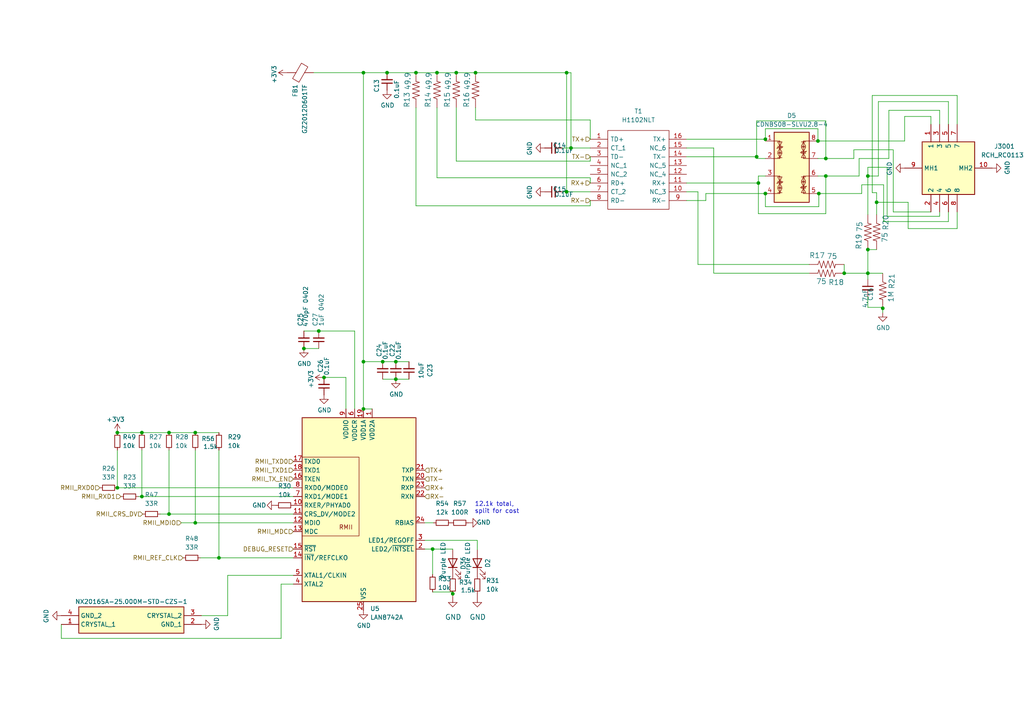
<source format=kicad_sch>
(kicad_sch (version 20231120) (generator "eeschema") (generator_version "8.0")
  (paper "A4")
  (lib_symbols
    (symbol "Device:C_Small" (pin_numbers hide) (pin_names (offset 0.254) hide)
      (property "Reference" "C" (at 0.254 1.778 0))
      (property "Value" "C_Small" (at 0.254 -2.032 0))
      (symbol "C_Small_0_1"
        (polyline (pts (xy -1.524 -0.508) (xy 1.524 -0.508)) (stroke (width 0.3302)))
        (polyline (pts (xy -1.524 0.508) (xy 1.524 0.508)) (stroke (width 0.3048)))
      )
      (symbol "C_Small_1_1"
        (pin passive line (at 0 2.54 270) (length 2.032) (name "~") (number "1"))
        (pin passive line (at 0 -2.54 90) (length 2.032) (name "~") (number "2"))
      )
    )
    (symbol "Device:FerriteBead" (pin_numbers hide) (pin_names (offset 0))
      (property "Reference" "FB" (at -3.81 0.635 90))
      (property "Value" "FerriteBead" (at 3.81 0 90))
      (symbol "FerriteBead_0_1"
        (polyline (pts (xy 0 -1.27) (xy 0 -1.2192)))
        (polyline (pts (xy 0 1.27) (xy 0 1.2954)))
        (polyline (pts (xy -2.7686 0.4064) (xy -1.7018 2.2606) (xy 2.7686 -0.3048) (xy 1.6764 -2.159) (xy -2.7686 0.4064)))
      )
      (symbol "FerriteBead_1_1"
        (pin passive line (at 0 3.81 270) (length 2.54) (name "~") (number "1"))
        (pin passive line (at 0 -3.81 90) (length 2.54) (name "~") (number "2"))
      )
    )
    (symbol "Device:LED" (pin_numbers hide) (pin_names (offset 1.016) hide)
      (property "Reference" "D" (at 0 2.54 0))
      (property "Value" "LED" (at 0 -2.54 0))
      (symbol "LED_0_1"
        (polyline (pts (xy -1.27 -1.27) (xy -1.27 1.27)) (stroke (width 0.254)))
        (polyline (pts (xy -1.27 0) (xy 1.27 0)))
        (polyline (pts (xy 1.27 -1.27) (xy 1.27 1.27) (xy -1.27 0) (xy 1.27 -1.27)) (stroke (width 0.254)))
        (polyline (pts (xy -3.048 -0.762) (xy -4.572 -2.286) (xy -3.81 -2.286) (xy -4.572 -2.286) (xy -4.572 -1.524)))
        (polyline (pts (xy -1.778 -0.762) (xy -3.302 -2.286) (xy -2.54 -2.286) (xy -3.302 -2.286) (xy -3.302 -1.524)))
      )
      (symbol "LED_1_1"
        (pin passive line (at -3.81 0 0) (length 2.54) (name "K") (number "1"))
        (pin passive line (at 3.81 0 180) (length 2.54) (name "A") (number "2"))
      )
    )
    (symbol "Device:R_Small" (pin_numbers hide) (pin_names (offset 0.254) hide)
      (property "Reference" "R" (at 0.762 0.508 0))
      (property "Value" "R_Small" (at 0.762 -1.016 0))
      (symbol "R_Small_0_1"
        (rectangle (start -0.762 1.778) (end 0.762 -1.778) (stroke (width 0.2032)))
      )
      (symbol "R_Small_1_1"
        (pin passive line (at 0 2.54 270) (length 0.762) (name "~") (number "1"))
        (pin passive line (at 0 -2.54 90) (length 0.762) (name "~") (number "2"))
      )
    )
    (symbol "EK-TM4C1294XL_REV_D-eagle-import:GND" (power) (pin_names (offset 1.016))
      (property "Value" "GND" (at -1.905 -3.175 0))
      (symbol "GND_1_0"
        (polyline (pts (xy -1.27 0) (xy 1.27 0)))
        (polyline (pts (xy 0 -1.27) (xy -1.27 0)))
        (polyline (pts (xy 1.27 0) (xy 0 -1.27)))
        (pin power_in line (at 0 2.54 270) (length 2.54) (name "GND") (number "1"))
      )
    )
    (symbol "EK-TM4C1294XL_REV_D-eagle-import:R-US_R0402" (pin_names (offset 1.016))
      (property "Reference" "R" (at -3.81 1.4986 0))
      (property "Value" "R-US_R0402" (at -3.81 -3.302 0))
      (symbol "R-US_R0402_1_0"
        (polyline (pts (xy -2.54 0) (xy -2.159 1.016)))
        (polyline (pts (xy -2.159 1.016) (xy -1.524 -1.016)))
        (polyline (pts (xy -1.524 -1.016) (xy -0.889 1.016)))
        (polyline (pts (xy -0.889 1.016) (xy -0.254 -1.016)))
        (polyline (pts (xy -0.254 -1.016) (xy 0.381 1.016)))
        (polyline (pts (xy 0.381 1.016) (xy 1.016 -1.016)))
        (polyline (pts (xy 1.016 -1.016) (xy 1.651 1.016)))
        (polyline (pts (xy 1.651 1.016) (xy 2.286 -1.016)))
        (polyline (pts (xy 2.286 -1.016) (xy 2.54 0)))
        (pin passive line (at -5.08 0 0) (length 2.54) (name "1") (number "1"))
        (pin passive line (at 5.08 0 180) (length 2.54) (name "2") (number "2"))
      )
    )
    (symbol "Interface_Ethernet:LAN8742A"
      (property "Reference" "U" (at -13.97 29.21 0))
      (property "Value" "LAN8742A" (at 15.24 29.21 0))
      (symbol "LAN8742A_0_0"
        (text "RMII" (at -5.08 -3.81 0) (effects (font (size 1.27 1.27))))
      )
      (symbol "LAN8742A_0_1"
        (rectangle (start -17.78 27.94) (end 15.24 -25.4) (stroke (width 0.254)) (fill (type background)))
        (polyline (pts (xy -17.78 -6.35) (xy -1.27 -6.35) (xy -1.27 16.51) (xy -17.78 16.51)))
      )
      (symbol "LAN8742A_1_1"
        (pin power_in line (at 2.54 30.48 270) (length 2.54) (name "VDD2A") (number "1"))
        (pin output line (at -20.32 2.54 0) (length 2.54) (name "RXER/PHYAD0") (number "10"))
        (pin bidirectional line (at -20.32 0 0) (length 2.54) (name "CRS_DV/MODE2") (number "11"))
        (pin bidirectional line (at -20.32 -2.54 0) (length 2.54) (name "MDIO") (number "12"))
        (pin input line (at -20.32 -5.08 0) (length 2.54) (name "MDC") (number "13"))
        (pin output line (at -20.32 -12.7 0) (length 2.54) (name "~{INT}/REFCLKO") (number "14"))
        (pin input line (at -20.32 -10.16 0) (length 2.54) (name "~{RST}") (number "15"))
        (pin input line (at -20.32 10.16 0) (length 2.54) (name "TXEN") (number "16"))
        (pin input line (at -20.32 15.24 0) (length 2.54) (name "TXD0") (number "17"))
        (pin input line (at -20.32 12.7 0) (length 2.54) (name "TXD1") (number "18"))
        (pin power_in line (at 0 30.48 270) (length 2.54) (name "VDD1A") (number "19"))
        (pin bidirectional line (at 17.78 -10.16 180) (length 2.54) (name "LED2/~{INTSEL}") (number "2"))
        (pin passive line (at 17.78 10.16 180) (length 2.54) (name "TXN") (number "20"))
        (pin passive line (at 17.78 12.7 180) (length 2.54) (name "TXP") (number "21"))
        (pin passive line (at 17.78 5.08 180) (length 2.54) (name "RXN") (number "22"))
        (pin passive line (at 17.78 7.62 180) (length 2.54) (name "RXP") (number "23"))
        (pin passive line (at 17.78 -2.54 180) (length 2.54) (name "RBIAS") (number "24"))
        (pin power_in line (at 0 -27.94 90) (length 2.54) (name "VSS") (number "25"))
        (pin bidirectional line (at 17.78 -7.62 180) (length 2.54) (name "LED1/REGOFF") (number "3"))
        (pin output line (at -20.32 -20.32 0) (length 2.54) (name "XTAL2") (number "4"))
        (pin input line (at -20.32 -17.78 0) (length 2.54) (name "XTAL1/CLKIN") (number "5"))
        (pin power_in line (at -2.54 30.48 270) (length 2.54) (name "VDDCR") (number "6"))
        (pin bidirectional line (at -20.32 5.08 0) (length 2.54) (name "RXD1/MODE1") (number "7"))
        (pin bidirectional line (at -20.32 7.62 0) (length 2.54) (name "RXD0/MODE0") (number "8"))
        (pin power_in line (at -5.08 30.48 270) (length 2.54) (name "VDDIO") (number "9"))
      )
    )
    (symbol "Power_Protection:CDNBS08-SLVU2.8-4" (pin_names hide)
      (property "Reference" "D" (at 1.27 11.43 0))
      (property "Value" "CDNBS08-SLVU2.8-4" (at -8.89 -11.43 0))
      (symbol "CDNBS08-SLVU2.8-4_0_1"
        (rectangle (start -5.08 10.16) (end 5.08 -10.16) (stroke (width 0.254)) (fill (type background)))
        (polyline (pts (xy -5.08 -7.62) (xy -3.429 -7.62)))
        (polyline (pts (xy -5.08 -2.54) (xy -3.429 -2.54)))
        (polyline (pts (xy -5.08 2.54) (xy -3.429 2.54)))
        (polyline (pts (xy -5.08 7.62) (xy -3.429 7.62)))
        (polyline (pts (xy -4.318 -4.699) (xy -4.191 -4.572)))
        (polyline (pts (xy -4.318 5.461) (xy -4.191 5.588)))
        (polyline (pts (xy -4.064 -7.366) (xy -2.794 -7.366)))
        (polyline (pts (xy -4.064 -4.064) (xy -2.794 -4.064)))
        (polyline (pts (xy -4.064 2.794) (xy -2.794 2.794)))
        (polyline (pts (xy -4.064 6.096) (xy -2.794 6.096)))
        (polyline (pts (xy -3.429 -7.62) (xy -3.429 -2.54)))
        (polyline (pts (xy -3.429 2.54) (xy -3.429 7.62)))
        (polyline (pts (xy 3.429 -2.54) (xy 3.429 -7.62)))
        (polyline (pts (xy 3.429 7.62) (xy 3.429 2.54)))
        (polyline (pts (xy 4.064 -6.096) (xy 2.794 -6.096)))
        (polyline (pts (xy 4.064 -2.794) (xy 2.794 -2.794)))
        (polyline (pts (xy 4.064 4.064) (xy 2.794 4.064)))
        (polyline (pts (xy 4.064 7.366) (xy 2.794 7.366)))
        (polyline (pts (xy 4.318 -5.461) (xy 4.191 -5.588)))
        (polyline (pts (xy 4.318 4.699) (xy 4.191 4.572)))
        (polyline (pts (xy 5.08 -7.62) (xy 3.429 -7.62)))
        (polyline (pts (xy 5.08 -2.54) (xy 3.429 -2.54)))
        (polyline (pts (xy 5.08 2.54) (xy 3.429 2.54)))
        (polyline (pts (xy 5.08 7.62) (xy 3.429 7.62)))
        (polyline (pts (xy -4.191 -4.572) (xy -3.937 -4.318) (xy -2.667 -4.318)))
        (polyline (pts (xy -4.191 -4.572) (xy -2.921 -4.572) (xy -2.54 -4.191)))
        (polyline (pts (xy -4.191 5.588) (xy -3.937 5.842) (xy -2.667 5.842)))
        (polyline (pts (xy -4.191 5.588) (xy -2.921 5.588) (xy -2.54 5.969)))
        (polyline (pts (xy 4.191 -5.588) (xy 2.921 -5.588) (xy 2.54 -5.969)))
        (polyline (pts (xy 4.191 -5.588) (xy 3.937 -5.842) (xy 2.667 -5.842)))
        (polyline (pts (xy 4.191 4.572) (xy 2.921 4.572) (xy 2.54 4.191)))
        (polyline (pts (xy 4.191 4.572) (xy 3.937 4.318) (xy 2.667 4.318)))
        (polyline (pts (xy -3.429 -7.366) (xy -4.064 -6.096) (xy -2.794 -6.096) (xy -3.429 -7.366)))
        (polyline (pts (xy -3.429 -4.572) (xy -2.794 -5.842) (xy -4.064 -5.842) (xy -3.429 -4.572)))
        (polyline (pts (xy -3.429 -4.064) (xy -4.064 -2.794) (xy -2.794 -2.794) (xy -3.429 -4.064)))
        (polyline (pts (xy -3.429 2.794) (xy -4.064 4.064) (xy -2.794 4.064) (xy -3.429 2.794)))
        (polyline (pts (xy -3.429 5.588) (xy -2.794 4.318) (xy -4.064 4.318) (xy -3.429 5.588)))
        (polyline (pts (xy -3.429 6.096) (xy -4.064 7.366) (xy -2.794 7.366) (xy -3.429 6.096)))
        (polyline (pts (xy 3.429 -6.096) (xy 4.064 -7.366) (xy 2.794 -7.366) (xy 3.429 -6.096)))
        (polyline (pts (xy 3.429 -5.588) (xy 2.794 -4.318) (xy 4.064 -4.318) (xy 3.429 -5.588)))
        (polyline (pts (xy 3.429 -2.794) (xy 4.064 -4.064) (xy 2.794 -4.064) (xy 3.429 -2.794)))
        (polyline (pts (xy 3.429 4.064) (xy 4.064 2.794) (xy 2.794 2.794) (xy 3.429 4.064)))
        (polyline (pts (xy 3.429 4.572) (xy 2.794 5.842) (xy 4.064 5.842) (xy 3.429 4.572)))
        (polyline (pts (xy 3.429 7.366) (xy 4.064 6.096) (xy 2.794 6.096) (xy 3.429 7.366)))
      )
      (symbol "CDNBS08-SLVU2.8-4_1_1"
        (pin passive line (at 7.62 -7.62 180) (length 2.54) (name "TVS1") (number "1"))
        (pin passive line (at 7.62 -2.54 180) (length 2.54) (name "TVS2") (number "2"))
        (pin passive line (at 7.62 2.54 180) (length 2.54) (name "TVS1") (number "3"))
        (pin passive line (at 7.62 7.62 180) (length 2.54) (name "TVS2") (number "4"))
        (pin passive line (at -7.62 7.62 0) (length 2.54) (name "TVS1") (number "5"))
        (pin passive line (at -7.62 2.54 0) (length 2.54) (name "TVS2") (number "6"))
        (pin passive line (at -7.62 -2.54 0) (length 2.54) (name "TVS1") (number "7"))
        (pin passive line (at -7.62 -7.62 0) (length 2.54) (name "TVS2") (number "8"))
      )
    )
    (symbol "aaa:H1102NLT" (pin_names (offset 0.762))
      (property "Reference" "T" (at 24.13 7.62 0))
      (property "Value" "H1102NLT" (at 24.13 5.08 0))
      (symbol "H1102NLT_0_0"
        (pin passive line (at 0 0 0) (length 5.08) (name "TD+") (number "1"))
        (pin passive line (at 27.94 -15.24 180) (length 5.08) (name "NC_3") (number "10"))
        (pin passive line (at 27.94 -12.7 180) (length 5.08) (name "RX+") (number "11"))
        (pin passive line (at 27.94 -10.16 180) (length 5.08) (name "NC_4") (number "12"))
        (pin passive line (at 27.94 -7.62 180) (length 5.08) (name "NC_5") (number "13"))
        (pin passive line (at 27.94 -5.08 180) (length 5.08) (name "TX-") (number "14"))
        (pin passive line (at 27.94 -2.54 180) (length 5.08) (name "NC_6") (number "15"))
        (pin passive line (at 27.94 0 180) (length 5.08) (name "TX+") (number "16"))
        (pin passive line (at 0 -2.54 0) (length 5.08) (name "CT_1") (number "2"))
        (pin passive line (at 0 -5.08 0) (length 5.08) (name "TD-") (number "3"))
        (pin passive line (at 0 -7.62 0) (length 5.08) (name "NC_1") (number "4"))
        (pin passive line (at 0 -10.16 0) (length 5.08) (name "NC_2") (number "5"))
        (pin passive line (at 0 -12.7 0) (length 5.08) (name "RD+") (number "6"))
        (pin passive line (at 0 -15.24 0) (length 5.08) (name "CT_2") (number "7"))
        (pin passive line (at 0 -17.78 0) (length 5.08) (name "RD-") (number "8"))
        (pin passive line (at 27.94 -17.78 180) (length 5.08) (name "RX-") (number "9"))
      )
      (symbol "H1102NLT_0_1"
        (polyline (pts (xy 5.08 2.54) (xy 22.86 2.54) (xy 22.86 -20.32) (xy 5.08 -20.32) (xy 5.08 2.54)) (stroke (width 0.1524)))
      )
    )
    (symbol "aaa:NX2016SA-25.000M-STD-CZS-1"
      (property "Reference" "Y" (at 36.83 7.62 0))
      (property "Value" "NX2016SA-25.000M-STD-CZS-1" (at 36.83 5.08 0))
      (symbol "NX2016SA-25.000M-STD-CZS-1_1_1"
        (rectangle (start 5.08 2.54) (end 35.56 -5.08) (stroke (width 0.254)) (fill (type background)))
        (pin passive line (at 0 -2.54 0) (length 5.08) (name "CRYSTAL_1") (number "1"))
        (pin passive line (at 40.64 -2.54 180) (length 5.08) (name "GND_1") (number "2"))
        (pin passive line (at 40.64 0 180) (length 5.08) (name "CRYSTAL_2") (number "3"))
        (pin passive line (at 0 0 0) (length 5.08) (name "GND_2") (number "4"))
      )
    )
    (symbol "aaa:RCH_RC01133"
      (property "Reference" "J" (at 21.59 12.7 0))
      (property "Value" "RCH_RC01133" (at 21.59 10.16 0))
      (symbol "RCH_RC01133_1_1"
        (rectangle (start 5.08 7.62) (end 20.32 -7.62) (stroke (width 0.254)) (fill (type background)))
        (pin passive line (at 7.62 12.7 270) (length 5.08) (name "1") (number "1"))
        (pin passive line (at 25.4 0 180) (length 5.08) (name "MH2") (number "10"))
        (pin passive line (at 7.62 -12.7 90) (length 5.08) (name "2") (number "2"))
        (pin passive line (at 10.16 12.7 270) (length 5.08) (name "3") (number "3"))
        (pin passive line (at 10.16 -12.7 90) (length 5.08) (name "4") (number "4"))
        (pin passive line (at 12.7 12.7 270) (length 5.08) (name "5") (number "5"))
        (pin passive line (at 12.7 -12.7 90) (length 5.08) (name "6") (number "6"))
        (pin passive line (at 15.24 12.7 270) (length 5.08) (name "7") (number "7"))
        (pin passive line (at 15.24 -12.7 90) (length 5.08) (name "8") (number "8"))
        (pin passive line (at 0 0 0) (length 5.08) (name "MH1") (number "9"))
      )
    )
    (symbol "power:+3V3" (power) (pin_names (offset 0))
      (property "Value" "+3V3" (at 0 3.556 0))
      (symbol "+3V3_0_1"
        (polyline (pts (xy -0.762 1.27) (xy 0 2.54)))
        (polyline (pts (xy 0 0) (xy 0 2.54)))
        (polyline (pts (xy 0 2.54) (xy 0.762 1.27)))
      )
      (symbol "+3V3_1_1"
        (pin power_in line (at 0 0 90) (length 0) hide (name "+3V3") (number "1"))
      )
    )
    (symbol "power:GND" (power) (pin_names (offset 0))
      (property "Value" "GND" (at 0 -3.81 0))
      (symbol "GND_0_1"
        (polyline (pts (xy 0 0) (xy 0 -1.27) (xy 1.27 -1.27) (xy 0 -2.54) (xy -1.27 -1.27) (xy 0 -1.27)))
      )
      (symbol "GND_1_1"
        (pin power_in line (at 0 0 270) (length 0) hide (name "GND") (number "1"))
      )
    )
  )
  (junction (at 125.476 159.258))
  (junction (at 165.608 42.926))
  (junction (at 251.714 72.39))
  (junction (at 132.334 21.082))
  (junction (at 93.98 109.474))
  (junction (at 237.49 56.134))
  (junction (at 254.254 58.674))
  (junction (at 164.338 55.626))
  (junction (at 110.998 104.902))
  (junction (at 256.032 89.408))
  (junction (at 105.41 104.902))
  (junction (at 49.022 149.098))
  (junction (at 56.642 125.476))
  (junction (at 114.808 109.982))
  (junction (at 137.922 21.082))
  (junction (at 114.808 104.902))
  (junction (at 251.714 79.248))
  (junction (at 131.318 172.212))
  (junction (at 88.138 101.092))
  (junction (at 34.036 125.476))
  (junction (at 164.338 21.082))
  (junction (at 105.41 21.082))
  (junction (at 41.148 125.476))
  (junction (at 126.746 21.082))
  (junction (at 239.522 51.054))
  (junction (at 34.036 141.478))
  (junction (at 120.65 21.082))
  (junction (at 237.236 40.894))
  (junction (at 221.996 40.386))
  (junction (at 105.41 118.618))
  (junction (at 251.714 51.054))
  (junction (at 221.996 56.134))
  (junction (at 63.5 161.798))
  (junction (at 219.964 53.086))
  (junction (at 49.022 125.476))
  (junction (at 112.268 21.082))
  (junction (at 56.642 151.638))
  (junction (at 239.522 45.974))
  (junction (at 41.148 144.018))
  (junction (at 219.456 45.466))
  (junction (at 92.456 96.012))
  (junction (at 244.856 79.248))
  (wire (pts (xy 237.49 59.944) (xy 237.49 56.134)))
  (wire (pts (xy 221.996 59.944) (xy 237.49 59.944)))
  (wire (pts (xy 56.642 151.638) (xy 85.09 151.638)))
  (wire (pts (xy 163.068 42.926) (xy 165.608 42.926)))
  (wire (pts (xy 237.49 56.134) (xy 237.236 56.134)))
  (wire (pts (xy 221.996 56.134) (xy 204.724 56.134)))
  (wire (pts (xy 125.476 171.704) (xy 131.318 171.704)))
  (wire (pts (xy 40.132 144.018) (xy 41.148 144.018)))
  (wire (pts (xy 165.608 42.926) (xy 171.196 42.926)))
  (wire (pts (xy 251.714 51.054) (xy 251.714 62.23)))
  (wire (pts (xy 207.01 42.926) (xy 199.136 42.926)))
  (wire (pts (xy 56.642 130.556) (xy 56.642 151.638)))
  (wire (pts (xy 277.622 27.686) (xy 277.622 36.068)))
  (wire (pts (xy 34.036 130.556) (xy 34.036 141.478)))
  (wire (pts (xy 41.148 125.476) (xy 49.022 125.476)))
  (wire (pts (xy 131.318 159.258) (xy 131.318 159.512)))
  (wire (pts (xy 257.302 48.514) (xy 257.302 62.738)))
  (wire (pts (xy 262.382 40.894) (xy 262.382 33.782)))
  (wire (pts (xy 123.19 159.258) (xy 125.476 159.258)))
  (wire (pts (xy 105.41 21.082) (xy 105.41 104.902)))
  (wire (pts (xy 81.534 169.418) (xy 85.09 169.418)))
  (wire (pts (xy 256.286 64.262) (xy 275.082 64.262)))
  (wire (pts (xy 34.036 141.478) (xy 85.09 141.478)))
  (wire (pts (xy 219.456 45.974) (xy 219.456 45.466)))
  (wire (pts (xy 102.87 96.012) (xy 102.87 118.618)))
  (wire (pts (xy 221.996 56.134) (xy 221.996 59.944)))
  (wire (pts (xy 234.696 79.248) (xy 207.01 79.248)))
  (wire (pts (xy 249.936 53.594) (xy 256.286 53.594)))
  (wire (pts (xy 263.398 58.674) (xy 263.398 66.294)))
  (wire (pts (xy 120.65 21.082) (xy 126.746 21.082)))
  (wire (pts (xy 199.136 55.626) (xy 202.438 55.626)))
  (wire (pts (xy 66.04 178.562) (xy 66.04 166.878)))
  (wire (pts (xy 17.78 181.102) (xy 17.78 185.166)))
  (wire (pts (xy 171.196 40.386) (xy 171.196 34.798)))
  (wire (pts (xy 251.714 48.514) (xy 257.302 48.514)))
  (wire (pts (xy 114.808 109.982) (xy 118.618 109.982)))
  (wire (pts (xy 237.236 40.894) (xy 262.382 40.894)))
  (wire (pts (xy 239.522 45.974) (xy 247.65 45.974)))
  (wire (pts (xy 247.65 45.974) (xy 247.65 43.434)))
  (wire (pts (xy 126.746 21.082) (xy 132.334 21.082)))
  (wire (pts (xy 105.41 118.618) (xy 107.95 118.618)))
  (wire (pts (xy 66.04 166.878) (xy 85.09 166.878)))
  (wire (pts (xy 125.476 159.258) (xy 125.476 166.624)))
  (wire (pts (xy 202.438 76.708) (xy 234.696 76.708)))
  (wire (pts (xy 163.068 55.626) (xy 164.338 55.626)))
  (wire (pts (xy 219.964 53.086) (xy 219.964 61.976)))
  (wire (pts (xy 257.302 62.738) (xy 272.542 62.738)))
  (wire (pts (xy 46.482 149.098) (xy 49.022 149.098)))
  (wire (pts (xy 270.002 33.782) (xy 270.002 36.068)))
  (wire (pts (xy 251.714 86.106) (xy 251.714 89.154)))
  (wire (pts (xy 252.984 55.88) (xy 252.984 27.686)))
  (wire (pts (xy 56.642 125.476) (xy 63.5 125.476)))
  (wire (pts (xy 249.174 45.974) (xy 257.81 45.974)))
  (wire (pts (xy 125.476 159.258) (xy 131.318 159.258)))
  (wire (pts (xy 219.456 35.052) (xy 239.522 35.052)))
  (wire (pts (xy 110.998 104.902) (xy 105.41 104.902)))
  (wire (pts (xy 202.438 55.626) (xy 202.438 76.708)))
  (wire (pts (xy 221.996 51.054) (xy 219.964 51.054)))
  (wire (pts (xy 138.43 156.718) (xy 138.43 159.512)))
  (wire (pts (xy 171.196 45.466) (xy 171.196 46.736)))
  (wire (pts (xy 239.522 45.974) (xy 237.236 45.974)))
  (wire (pts (xy 244.856 79.248) (xy 244.856 76.708)))
  (wire (pts (xy 256.032 89.408) (xy 256.032 90.678)))
  (wire (pts (xy 41.148 144.018) (xy 85.09 144.018)))
  (wire (pts (xy 252.984 27.686) (xy 277.622 27.686)))
  (wire (pts (xy 254.254 55.88) (xy 254.254 58.674)))
  (wire (pts (xy 63.5 130.556) (xy 63.5 161.798)))
  (wire (pts (xy 256.032 89.154) (xy 256.032 89.408)))
  (wire (pts (xy 249.936 56.134) (xy 249.936 53.594)))
  (wire (pts (xy 199.136 40.386) (xy 221.996 40.386)))
  (wire (pts (xy 123.19 151.638) (xy 125.73 151.638)))
  (wire (pts (xy 239.522 61.976) (xy 239.522 51.054)))
  (wire (pts (xy 251.714 48.514) (xy 251.714 51.054)))
  (wire (pts (xy 257.81 32.004) (xy 272.542 32.004)))
  (wire (pts (xy 259.08 61.468) (xy 270.002 61.468)))
  (wire (pts (xy 49.022 130.556) (xy 49.022 149.098)))
  (wire (pts (xy 171.196 34.798) (xy 137.922 34.798)))
  (wire (pts (xy 171.196 58.166) (xy 171.196 59.69)))
  (wire (pts (xy 92.456 96.012) (xy 102.87 96.012)))
  (wire (pts (xy 251.714 72.39) (xy 254.254 72.39)))
  (wire (pts (xy 105.41 21.082) (xy 112.268 21.082)))
  (wire (pts (xy 118.618 104.902) (xy 114.808 104.902)))
  (wire (pts (xy 58.166 161.798) (xy 63.5 161.798)))
  (wire (pts (xy 88.138 96.012) (xy 92.456 96.012)))
  (wire (pts (xy 219.456 45.466) (xy 219.456 35.052)))
  (wire (pts (xy 52.578 151.638) (xy 56.642 151.638)))
  (wire (pts (xy 251.714 51.054) (xy 254.762 51.054)))
  (wire (pts (xy 110.998 109.982) (xy 114.808 109.982)))
  (wire (pts (xy 137.922 21.082) (xy 164.338 21.082)))
  (wire (pts (xy 164.338 21.082) (xy 165.608 21.082)))
  (wire (pts (xy 58.42 178.562) (xy 66.04 178.562)))
  (wire (pts (xy 249.174 51.054) (xy 249.174 45.974)))
  (wire (pts (xy 219.964 61.976) (xy 239.522 61.976)))
  (wire (pts (xy 221.996 37.338) (xy 237.236 37.338)))
  (wire (pts (xy 262.382 33.782) (xy 270.002 33.782)))
  (wire (pts (xy 100.33 109.474) (xy 93.98 109.474)))
  (wire (pts (xy 41.148 130.556) (xy 41.148 144.018)))
  (wire (pts (xy 256.032 89.154) (xy 251.714 89.154)))
  (wire (pts (xy 100.33 118.618) (xy 100.33 109.474)))
  (wire (pts (xy 120.65 59.69) (xy 120.65 31.242)))
  (wire (pts (xy 171.196 46.736) (xy 132.334 46.736)))
  (wire (pts (xy 49.022 125.476) (xy 56.642 125.476)))
  (wire (pts (xy 112.268 21.082) (xy 120.65 21.082)))
  (wire (pts (xy 105.41 104.902) (xy 105.41 118.618)))
  (wire (pts (xy 272.542 32.004) (xy 272.542 36.068)))
  (wire (pts (xy 132.334 46.736) (xy 132.334 31.242)))
  (wire (pts (xy 254.254 58.674) (xy 254.254 62.23)))
  (wire (pts (xy 257.81 45.974) (xy 257.81 32.004)))
  (wire (pts (xy 221.996 45.974) (xy 219.456 45.974)))
  (wire (pts (xy 90.932 21.082) (xy 105.41 21.082)))
  (wire (pts (xy 275.082 64.262) (xy 275.082 61.468)))
  (wire (pts (xy 251.714 79.248) (xy 251.714 81.026)))
  (wire (pts (xy 263.398 66.294) (xy 277.622 66.294)))
  (wire (pts (xy 237.236 51.054) (xy 239.522 51.054)))
  (wire (pts (xy 88.138 101.092) (xy 92.456 101.092)))
  (wire (pts (xy 63.5 161.798) (xy 85.09 161.798)))
  (wire (pts (xy 199.136 58.166) (xy 204.724 58.166)))
  (wire (pts (xy 272.542 62.738) (xy 272.542 61.468)))
  (wire (pts (xy 199.136 45.466) (xy 219.456 45.466)))
  (wire (pts (xy 254.762 51.054) (xy 254.762 29.464)))
  (wire (pts (xy 171.196 53.086) (xy 171.196 51.562)))
  (wire (pts (xy 126.746 31.242) (xy 126.746 51.562)))
  (wire (pts (xy 123.19 156.718) (xy 138.43 156.718)))
  (wire (pts (xy 237.49 56.134) (xy 249.936 56.134)))
  (wire (pts (xy 132.334 21.082) (xy 137.922 21.082)))
  (wire (pts (xy 114.808 104.902) (xy 110.998 104.902)))
  (wire (pts (xy 256.286 53.594) (xy 256.286 64.262)))
  (wire (pts (xy 237.236 37.338) (xy 237.236 40.894)))
  (wire (pts (xy 219.964 51.054) (xy 219.964 53.086)))
  (wire (pts (xy 49.022 149.098) (xy 85.09 149.098)))
  (wire (pts (xy 131.318 171.704) (xy 131.318 172.212)))
  (wire (pts (xy 254.762 29.464) (xy 275.082 29.464)))
  (wire (pts (xy 204.724 56.134) (xy 204.724 58.166)))
  (wire (pts (xy 239.522 51.054) (xy 249.174 51.054)))
  (wire (pts (xy 247.65 43.434) (xy 259.08 43.434)))
  (wire (pts (xy 165.608 21.082) (xy 165.608 42.926)))
  (wire (pts (xy 137.922 34.798) (xy 137.922 31.242)))
  (wire (pts (xy 277.622 66.294) (xy 277.622 61.468)))
  (wire (pts (xy 251.714 72.39) (xy 251.714 79.248)))
  (wire (pts (xy 251.714 79.248) (xy 256.032 79.248)))
  (wire (pts (xy 275.082 29.464) (xy 275.082 36.068)))
  (wire (pts (xy 164.338 21.082) (xy 164.338 55.626)))
  (wire (pts (xy 199.136 53.086) (xy 219.964 53.086)))
  (wire (pts (xy 207.01 79.248) (xy 207.01 42.926)))
  (wire (pts (xy 259.08 43.434) (xy 259.08 61.468)))
  (wire (pts (xy 164.338 55.626) (xy 171.196 55.626)))
  (wire (pts (xy 239.522 35.052) (xy 239.522 45.974)))
  (wire (pts (xy 171.196 59.69) (xy 120.65 59.69)))
  (wire (pts (xy 81.534 185.166) (xy 81.534 169.418)))
  (wire (pts (xy 254.254 58.674) (xy 263.398 58.674)))
  (wire (pts (xy 17.78 185.166) (xy 81.534 185.166)))
  (wire (pts (xy 221.996 37.338) (xy 221.996 40.386)))
  (wire (pts (xy 244.856 79.248) (xy 251.714 79.248)))
  (wire (pts (xy 171.196 51.562) (xy 126.746 51.562)))
  (wire (pts (xy 221.996 40.386) (xy 221.996 40.894)))
  (wire (pts (xy 34.036 125.476) (xy 41.148 125.476)))
  (wire (pts (xy 254.254 55.88) (xy 252.984 55.88)))
  (text "12.1k total,\nsplit for cost" (at 137.668 149.098 0) (effects (font (size 1.27 1.27)) (justify left bottom)))
  (hierarchical_label "RX+" (shape input) (at 123.19 141.478 0))
  (hierarchical_label "TX-" (shape input) (at 171.196 45.466 180))
  (hierarchical_label "TX+" (shape input) (at 171.196 40.386 180))
  (hierarchical_label "RMII_REF_CLK" (shape input) (at 53.086 161.798 180))
  (hierarchical_label "TX+" (shape input) (at 123.19 136.398 0))
  (hierarchical_label "RMII_CRS_DV" (shape input) (at 41.402 149.098 180))
  (hierarchical_label "RMII_MDIO" (shape input) (at 52.578 151.638 180))
  (hierarchical_label "DEBUG_RESET" (shape input) (at 85.09 159.258 180))
  (hierarchical_label "TX-" (shape input) (at 123.19 138.938 0))
  (hierarchical_label "RMII_TXD0" (shape input) (at 85.09 133.858 180))
  (hierarchical_label "RMII_RXD1" (shape input) (at 35.052 144.018 180))
  (hierarchical_label "RX-" (shape input) (at 171.196 58.166 180))
  (hierarchical_label "RMII_MDC" (shape input) (at 85.09 154.178 180))
  (hierarchical_label "RMII_RXD0" (shape input) (at 28.956 141.478 180))
  (hierarchical_label "RX-" (shape input) (at 123.19 144.018 0))
  (hierarchical_label "RMII_TXD1" (shape input) (at 85.09 136.398 180))
  (hierarchical_label "RMII_TX_EN" (shape input) (at 85.09 138.938 180))
  (hierarchical_label "RX+" (shape input) (at 171.196 53.086 180))
  (symbol (lib_id "Device:C_Small") (at 93.98 112.014 180) (unit 1)
    (property "Reference" "C26" (at 92.964 106.172 90))
    (property "Value" "0.1uF" (at 94.742 106.172 90))
    (property "Footprint" "Capacitor_SMD:C_0402_1005Metric" (effects (hide yes)))
    (instances (project "stm32h7_base" (path "" (reference "C26") (unit 1))) (project "simplicity_analog_1" (path "" (reference "C7005") (unit 1))))
  )
  (symbol (lib_id "EK-TM4C1294XL_REV_D-eagle-import:GND") (at 138.43 174.752 0) (mirror y) (unit 1)
    (property "Reference" "#SUPPLY03" (effects (hide yes)))
    (property "Value" "GND" (at 140.97 179.832 0) (effects (font (size 1.4986 1.4986)) (justify left bottom)))
    (instances (project "stm32h7_base" (path "" (reference "#SUPPLY03") (unit 1))) (project "simplicity_analog_1" (path "" (reference "#SUPPLY07002") (unit 1))))
  )
  (symbol (lib_id "EK-TM4C1294XL_REV_D-eagle-import:R-US_R0402") (at 239.776 76.708 0) (unit 1)
    (property "Reference" "R17" (at 234.696 74.93 0) (effects (font (size 1.4986 1.4986)) (justify left bottom)))
    (property "Value" "75" (at 239.776 75.184 0) (effects (font (size 1.4986 1.4986)) (justify left bottom)))
    (property "Footprint" "Resistor_SMD:R_0603_1608Metric" (effects (hide yes)))
    (property "GNUM" "G11-R0402-3300-AAA" (effects (hide yes)))
    (property "LCSC" "C23242" (effects (hide yes)))
    (instances (project "stm32h7_base" (path "" (reference "R17") (unit 1))) (project "simplicity_analog_1" (path "" (reference "R7020") (unit 1))))
  )
  (symbol (lib_id "power:GND") (at 135.89 151.638 90) (unit 1)
    (property "Reference" "#PWR023" (effects (hide yes)))
    (property "Value" "GND" (at 140.2842 151.511 90))
    (instances (project "stm32h7_base" (path "" (reference "#PWR023") (unit 1))) (project "simplicity_analog_1" (path "" (reference "#PWR07014") (unit 1))))
  )
  (symbol (lib_id "Device:C_Small") (at 160.528 42.926 90) (unit 1)
    (property "Reference" "C14" (at 162.306 42.164 90))
    (property "Value" "0.1uF" (at 163.576 43.688 90))
    (property "Footprint" "Capacitor_SMD:C_0402_1005Metric" (effects (hide yes)))
    (instances (project "stm32h7_base" (path "" (reference "C14") (unit 1))) (project "simplicity_analog_1" (path "" (reference "C7010") (unit 1))))
  )
  (symbol (lib_id "power:GND") (at 80.01 146.558 270) (unit 1)
    (property "Reference" "#PWR022" (effects (hide yes)))
    (property "Value" "GND" (at 75.184 146.558 90))
    (instances (project "stm32h7_base" (path "" (reference "#PWR022") (unit 1))) (project "simplicity_analog_1" (path "" (reference "#PWR07006") (unit 1))))
  )
  (symbol (lib_id "Device:C_Small") (at 110.998 107.442 180) (unit 1)
    (property "Reference" "C24" (at 109.982 101.6 90))
    (property "Value" "0.1uF" (at 111.76 101.6 90))
    (property "Footprint" "Capacitor_SMD:C_0402_1005Metric" (effects (hide yes)))
    (instances (project "stm32h7_base" (path "" (reference "C24") (unit 1))) (project "simplicity_analog_1" (path "" (reference "C7006") (unit 1))))
  )
  (symbol (lib_id "power:GND") (at 88.138 101.092 0) (unit 1)
    (property "Reference" "#PWR031" (effects (hide yes)))
    (property "Value" "GND" (at 88.265 105.4862 0))
    (instances (project "stm32h7_base" (path "" (reference "#PWR031") (unit 1))) (project "simplicity_analog_1" (path "" (reference "#PWR07008") (unit 1))))
  )
  (symbol (lib_id "power:GND") (at 114.808 109.982 0) (unit 1)
    (property "Reference" "#PWR028" (effects (hide yes)))
    (property "Value" "GND" (at 114.935 114.3762 0))
    (instances (project "stm32h7_base" (path "" (reference "#PWR028") (unit 1))) (project "simplicity_analog_1" (path "" (reference "#PWR07013") (unit 1))))
  )
  (symbol (lib_id "power:GND") (at 112.268 26.162 0) (unit 1)
    (property "Reference" "#PWR0148" (effects (hide yes)))
    (property "Value" "GND" (at 112.395 30.5562 0))
    (instances (project "stm32h7_base" (path "" (reference "#PWR0148") (unit 1))) (project "simplicity_analog_1" (path "" (reference "#PWR07012") (unit 1))))
  )
  (symbol (lib_id "power:GND") (at 157.988 42.926 270) (unit 1)
    (property "Reference" "#PWR0146" (effects (hide yes)))
    (property "Value" "GND" (at 153.5938 43.053 0))
    (instances (project "stm32h7_base" (path "" (reference "#PWR0146") (unit 1))) (project "simplicity_analog_1" (path "" (reference "#PWR07015") (unit 1))))
  )
  (symbol (lib_id "power:GND") (at 105.41 177.038 0) (unit 1)
    (property "Reference" "#PWR020" (effects (hide yes)))
    (property "Value" "GND" (at 105.537 181.4322 0))
    (instances (project "stm32h7_base" (path "" (reference "#PWR020") (unit 1))) (project "simplicity_analog_1" (path "" (reference "#PWR07011") (unit 1))))
  )
  (symbol (lib_id "Interface_Ethernet:LAN8742A") (at 105.41 149.098 0) (unit 1)
    (property "Reference" "U5" (at 107.3659 176.53 0) (effects (justify left)))
    (property "Value" "LAN8742A" (at 107.3659 179.07 0) (effects (justify left)))
    (property "Footprint" "Package_DFN_QFN:VQFN-24-1EP_4x4mm_P0.5mm_EP2.5x2.5mm_ThermalVias" (effects (hide yes)))
    (property "Datasheet" "http://ww1.microchip.com/downloads/en/DeviceDoc/8742a.pdf" (effects (hide yes)))
    (instances (project "stm32h7_base" (path "" (reference "U5") (unit 1))) (project "simplicity_analog_1" (path "" (reference "U7001") (unit 1))))
  )
  (symbol (lib_id "EK-TM4C1294XL_REV_D-eagle-import:R-US_R0402") (at 120.65 26.162 90) (unit 1)
    (property "Reference" "R13" (at 118.872 31.242 0) (effects (font (size 1.4986 1.4986)) (justify left bottom)))
    (property "Value" "49.9" (at 119.126 26.162 0) (effects (font (size 1.4986 1.4986)) (justify left bottom)))
    (property "Footprint" "Resistor_SMD:R_0402_1005Metric" (effects (hide yes)))
    (property "GNUM" "G11-R0402-3300-AAA" (effects (hide yes)))
    (property "LCSC" "C25120" (effects (hide yes)))
    (instances (project "stm32h7_base" (path "" (reference "R13") (unit 1))) (project "simplicity_analog_1" (path "" (reference "R7011") (unit 1))))
  )
  (symbol (lib_id "power:+3V3") (at 34.036 125.476 0) (unit 1)
    (property "Reference" "#PWR021" (effects (hide yes)))
    (property "Value" "+3V3" (at 33.528 121.666 0))
    (instances (project "stm32h7_base" (path "" (reference "#PWR021") (unit 1))) (project "simplicity_analog_1" (path "" (reference "#PWR07002") (unit 1))))
  )
  (symbol (lib_id "power:+3V3") (at 83.312 21.082 90) (unit 1)
    (property "Reference" "#PWR030" (effects (hide yes)))
    (property "Value" "+3V3" (at 79.502 21.59 0))
    (instances (project "stm32h7_base" (path "" (reference "#PWR030") (unit 1))) (project "simplicity_analog_1" (path "" (reference "#PWR07007") (unit 1))))
  )
  (symbol (lib_id "Power_Protection:CDNBS08-SLVU2.8-4") (at 229.616 48.514 180) (unit 1)
    (property "Reference" "D5" (at 229.616 33.528 0))
    (property "Value" "CDNBS08-SLVU2.8-4" (at 229.616 36.068 0))
    (property "Footprint" "Package_SO:SOIC-8_3.9x4.9mm_P1.27mm" (effects (hide yes)))
    (property "Datasheet" "https://www.bourns.com/pdfs/CDNBS08-SLVU28-4.pdf" (effects (hide yes)))
    (instances (project "stm32h7_base" (path "" (reference "D5") (unit 1))) (project "simplicity_analog_1" (path "" (reference "D7003") (unit 1))))
  )
  (symbol (lib_id "EK-TM4C1294XL_REV_D-eagle-import:R-US_R0402") (at 256.032 84.328 270) (unit 1)
    (property "Reference" "R21" (at 257.81 79.248 0) (effects (font (size 1.4986 1.4986)) (justify left bottom)))
    (property "Value" "1M" (at 257.556 84.328 0) (effects (font (size 1.4986 1.4986)) (justify left bottom)))
    (property "Footprint" "Resistor_SMD:R_0402_1005Metric" (effects (hide yes)))
    (property "GNUM" "G11-R0402-3300-AAA" (effects (hide yes)))
    (property "LCSC" "C26083" (effects (hide yes)))
    (instances (project "stm32h7_base" (path "" (reference "R21") (unit 1))) (project "simplicity_analog_1" (path "" (reference "R7024") (unit 1))))
  )
  (symbol (lib_id "power:GND") (at 262.382 48.768 270) (unit 1)
    (property "Reference" "#PWR0144" (effects (hide yes)))
    (property "Value" "GND" (at 257.9878 48.895 0))
    (instances (project "stm32h7_base" (path "" (reference "#PWR0144") (unit 1))) (project "simplicity_analog_1" (path "" (reference "#PWR07018") (unit 1))))
  )
  (symbol (lib_id "Device:R_Small") (at 138.43 169.672 0) (unit 1)
    (property "Reference" "R31" (at 140.97 168.4019 0) (effects (justify left)))
    (property "Value" "10k" (at 140.97 170.9419 0) (effects (justify left)))
    (property "Footprint" "Resistor_SMD:R_0402_1005Metric" (effects (hide yes)))
    (property "Description" "Resistor, small symbol" (effects (hide yes)))
    (property "LCSC" "C25744" (effects (hide yes)))
    (instances (project "stm32h7_base" (path "" (reference "R31") (unit 1))) (project "simplicity_analog_1" (path "" (reference "R7019") (unit 1))))
  )
  (symbol (lib_id "Device:R_Small") (at 133.35 151.638 270) (unit 1)
    (property "Reference" "R57" (at 133.35 146.05 90))
    (property "Value" "100R" (at 133.35 148.59 90))
    (property "Footprint" "Resistor_SMD:R_0402_1005Metric" (effects (hide yes)))
    (property "Description" "Resistor, small symbol" (effects (hide yes)))
    (property "LCSC" "C25076" (effects (hide yes)))
    (instances (project "stm32h7_base" (path "" (reference "R57") (unit 1))) (project "simplicity_analog_1" (path "" (reference "R7017") (unit 1))))
  )
  (symbol (lib_id "Device:C_Small") (at 114.808 107.442 180) (unit 1)
    (property "Reference" "C22" (at 113.792 101.6 90))
    (property "Value" "0.1uF" (at 115.57 101.6 90))
    (property "Footprint" "Capacitor_SMD:C_0402_1005Metric" (effects (hide yes)))
    (instances (project "stm32h7_base" (path "" (reference "C22") (unit 1))) (project "simplicity_analog_1" (path "" (reference "C7008") (unit 1))))
  )
  (symbol (lib_id "Device:R_Small") (at 43.942 149.098 90) (unit 1)
    (property "Reference" "R47" (at 43.942 143.51 90))
    (property "Value" "33R" (at 43.942 146.05 90))
    (property "Footprint" "Resistor_SMD:R_0402_1005Metric" (effects (hide yes)))
    (property "Description" "Resistor, small symbol" (effects (hide yes)))
    (property "LCSC" "C25105" (effects (hide yes)))
    (instances (project "stm32h7_base" (path "" (reference "R47") (unit 1))) (project "simplicity_analog_1" (path "" (reference "R7005") (unit 1))))
  )
  (symbol (lib_id "EK-TM4C1294XL_REV_D-eagle-import:R-US_R0402") (at 132.334 26.162 90) (unit 1)
    (property "Reference" "R15" (at 130.556 31.242 0) (effects (font (size 1.4986 1.4986)) (justify left bottom)))
    (property "Value" "49.9" (at 130.81 26.162 0) (effects (font (size 1.4986 1.4986)) (justify left bottom)))
    (property "Footprint" "Resistor_SMD:R_0402_1005Metric" (effects (hide yes)))
    (property "GNUM" "G11-R0402-3300-AAA" (effects (hide yes)))
    (property "LCSC" "C25120" (effects (hide yes)))
    (instances (project "stm32h7_base" (path "" (reference "R15") (unit 1))) (project "simplicity_analog_1" (path "" (reference "R7016") (unit 1))))
  )
  (symbol (lib_id "Device:LED") (at 138.43 163.322 90) (unit 1)
    (property "Reference" "D2" (at 141.478 163.322 0))
    (property "Value" "Purple LED" (at 135.636 162.56 0))
    (property "Footprint" "LED_SMD:LED_0603_1608Metric" (effects (hide yes)))
    (property "LCSC" "C7371898" (effects (hide yes)))
    (instances (project "stm32h7_base" (path "" (reference "D2") (unit 1))) (project "simplicity_analog_1" (path "" (reference "D7002") (unit 1))))
  )
  (symbol (lib_id "EK-TM4C1294XL_REV_D-eagle-import:R-US_R0402") (at 137.922 26.162 90) (unit 1)
    (property "Reference" "R16" (at 136.144 31.242 0) (effects (font (size 1.4986 1.4986)) (justify left bottom)))
    (property "Value" "49.9" (at 136.398 26.162 0) (effects (font (size 1.4986 1.4986)) (justify left bottom)))
    (property "Footprint" "Resistor_SMD:R_0402_1005Metric" (effects (hide yes)))
    (property "GNUM" "G11-R0402-3300-AAA" (effects (hide yes)))
    (property "LCSC" "C25120" (effects (hide yes)))
    (instances (project "stm32h7_base" (path "" (reference "R16") (unit 1))) (project "simplicity_analog_1" (path "" (reference "R7018") (unit 1))))
  )
  (symbol (lib_id "Device:R_Small") (at 131.318 169.672 180) (unit 1)
    (property "Reference" "R34" (at 133.096 168.91 0) (effects (justify right)))
    (property "Value" "1.5k" (at 133.604 171.196 0) (effects (justify right)))
    (property "Footprint" "Resistor_SMD:R_0402_1005Metric" (effects (hide yes)))
    (property "Description" "Resistor, small symbol" (effects (hide yes)))
    (property "LCSC" "C25867" (effects (hide yes)))
    (instances (project "stm32h7_base" (path "" (reference "R34") (unit 1))) (project "simplicity_analog_1" (path "" (reference "R7015") (unit 1))))
  )
  (symbol (lib_id "EK-TM4C1294XL_REV_D-eagle-import:R-US_R0402") (at 254.254 67.31 270) (unit 1)
    (property "Reference" "R20" (at 256.032 62.23 0) (effects (font (size 1.4986 1.4986)) (justify left bottom)))
    (property "Value" "75" (at 255.778 67.31 0) (effects (font (size 1.4986 1.4986)) (justify left bottom)))
    (property "Footprint" "Resistor_SMD:R_0603_1608Metric" (effects (hide yes)))
    (property "GNUM" "G11-R0402-3300-AAA" (effects (hide yes)))
    (property "LCSC" "C23242" (effects (hide yes)))
    (instances (project "stm32h7_base" (path "" (reference "R20") (unit 1))) (project "simplicity_analog_1" (path "" (reference "R7023") (unit 1))))
  )
  (symbol (lib_id "Device:R_Small") (at 82.55 146.558 90) (unit 1)
    (property "Reference" "R30" (at 82.55 140.97 90))
    (property "Value" "10k" (at 82.55 143.51 90))
    (property "Footprint" "Resistor_SMD:R_0402_1005Metric" (effects (hide yes)))
    (property "Description" "Resistor, small symbol" (effects (hide yes)))
    (property "LCSC" "C25744" (effects (hide yes)))
    (instances (project "stm32h7_base" (path "" (reference "R30") (unit 1))) (project "simplicity_analog_1" (path "" (reference "R7010") (unit 1))))
  )
  (symbol (lib_id "aaa:NX2016SA-25.000M-STD-CZS-1") (at 17.78 178.562 0) (unit 1)
    (property "Reference" "Y2" (effects (hide yes)))
    (property "Value" "NX2016SA-25.000M-STD-CZS-1" (at 38.1 174.498 0))
    (property "Footprint" "Crystal:Crystal_SMD_2016-4Pin_2.0x1.6mm" (effects (hide yes)))
    (property "Datasheet" "https://datasheet.datasheetarchive.com/originals/distributors/DKDS-17/332064.pdf" (effects (hide yes)))
    (property "Manufacturer_Name" "NDK" (effects (hide yes)))
    (property "Manufacturer_Part_Number" "NX2016SA-25.000M-STD-CZS-1" (effects (hide yes)))
    (property "Mouser Part Number" "344-NX2016SA25MSTZS1" (effects (hide yes)))
    (property "Mouser Price/Stock" "https://www.mouser.co.uk/ProductDetail/NDK/NX2016SA-25.000M-STD-CZS-1?qs=w%2Fv1CP2dgqozB742%252BoULZA%3D%3D" (effects (hide yes)))
    (property "LCSC" "C843258" (effects (hide yes)))
    (instances (project "stm32h7_base" (path "" (reference "Y2") (unit 1))) (project "simplicity_analog_1" (path "" (reference "Y7001") (unit 1))))
  )
  (symbol (lib_id "Device:R_Small") (at 128.27 151.638 270) (unit 1)
    (property "Reference" "R54" (at 128.27 146.05 90))
    (property "Value" "12k" (at 128.27 148.59 90))
    (property "Footprint" "Resistor_SMD:R_0402_1005Metric" (effects (hide yes)))
    (property "Description" "Resistor, small symbol" (effects (hide yes)))
    (property "LCSC" "C25752" (effects (hide yes)))
    (instances (project "stm32h7_base" (path "" (reference "R54") (unit 1))) (project "simplicity_analog_1" (path "" (reference "R7014") (unit 1))))
  )
  (symbol (lib_id "Device:C_Small") (at 160.528 55.626 90) (unit 1)
    (property "Reference" "C15" (at 162.306 54.864 90))
    (property "Value" "0.1uF" (at 163.576 56.388 90))
    (property "Footprint" "Capacitor_SMD:C_0402_1005Metric" (effects (hide yes)))
    (instances (project "stm32h7_base" (path "" (reference "C15") (unit 1))) (project "simplicity_analog_1" (path "" (reference "C7011") (unit 1))))
  )
  (symbol (lib_id "Device:R_Small") (at 55.626 161.798 270) (unit 1)
    (property "Reference" "R48" (at 55.626 156.21 90))
    (property "Value" "33R" (at 55.626 158.75 90))
    (property "Footprint" "Resistor_SMD:R_0402_1005Metric" (effects (hide yes)))
    (property "Description" "Resistor, small symbol" (effects (hide yes)))
    (property "LCSC" "C25105" (effects (hide yes)))
    (instances (project "stm32h7_base" (path "" (reference "R48") (unit 1))) (project "simplicity_analog_1" (path "" (reference "R7007") (unit 1))))
  )
  (symbol (lib_id "power:GND") (at 157.988 55.626 270) (unit 1)
    (property "Reference" "#PWR0150" (effects (hide yes)))
    (property "Value" "GND" (at 153.5938 55.753 0))
    (instances (project "stm32h7_base" (path "" (reference "#PWR0150") (unit 1))) (project "simplicity_analog_1" (path "" (reference "#PWR07016") (unit 1))))
  )
  (symbol (lib_id "Device:C_Small") (at 88.138 98.552 180) (unit 1)
    (property "Reference" "C25" (at 87.122 92.71 90))
    (property "Value" "470pF 0402" (at 88.646 88.9 90))
    (property "Footprint" "Capacitor_SMD:C_0402_1005Metric" (effects (hide yes)))
    (property "LCSC" "C363540" (effects (hide yes)))
    (instances (project "stm32h7_base" (path "" (reference "C25") (unit 1))) (project "simplicity_analog_1" (path "" (reference "C7003") (unit 1))))
  )
  (symbol (lib_id "Device:R_Small") (at 56.642 128.016 180) (unit 1)
    (property "Reference" "R56" (at 58.42 127.254 0) (effects (justify right)))
    (property "Value" "1.5k" (at 58.928 129.54 0) (effects (justify right)))
    (property "Footprint" "Resistor_SMD:R_0402_1005Metric" (effects (hide yes)))
    (property "Description" "Resistor, small symbol" (effects (hide yes)))
    (property "LCSC" "C25867" (effects (hide yes)))
    (instances (project "stm32h7_base" (path "" (reference "R56") (unit 1))) (project "simplicity_analog_1" (path "" (reference "R7008") (unit 1))))
  )
  (symbol (lib_id "EK-TM4C1294XL_REV_D-eagle-import:R-US_R0402") (at 251.714 67.31 90) (unit 1)
    (property "Reference" "R19" (at 249.936 72.39 0) (effects (font (size 1.4986 1.4986)) (justify left bottom)))
    (property "Value" "75" (at 250.19 67.31 0) (effects (font (size 1.4986 1.4986)) (justify left bottom)))
    (property "Footprint" "Resistor_SMD:R_0603_1608Metric" (effects (hide yes)))
    (property "GNUM" "G11-R0402-3300-AAA" (effects (hide yes)))
    (property "LCSC" "C23242" (effects (hide yes)))
    (instances (project "stm32h7_base" (path "" (reference "R19") (unit 1))) (project "simplicity_analog_1" (path "" (reference "R7022") (unit 1))))
  )
  (symbol (lib_id "power:+3V3") (at 93.98 109.474 90) (unit 1)
    (property "Reference" "#PWR035" (effects (hide yes)))
    (property "Value" "+3V3" (at 90.17 109.982 0))
    (instances (project "stm32h7_base" (path "" (reference "#PWR035") (unit 1))) (project "simplicity_analog_1" (path "" (reference "#PWR07009") (unit 1))))
  )
  (symbol (lib_id "EK-TM4C1294XL_REV_D-eagle-import:GND") (at 131.318 174.752 0) (mirror y) (unit 1)
    (property "Reference" "#SUPPLY02" (effects (hide yes)))
    (property "Value" "GND" (at 133.858 179.832 0) (effects (font (size 1.4986 1.4986)) (justify left bottom)))
    (instances (project "stm32h7_base" (path "" (reference "#SUPPLY02") (unit 1))) (project "simplicity_analog_1" (path "" (reference "#SUPPLY07001") (unit 1))))
  )
  (symbol (lib_id "Device:C_Small") (at 251.714 83.566 0) (unit 1)
    (property "Reference" "C16" (at 252.476 85.344 90))
    (property "Value" "4.7nF" (at 250.952 86.614 90))
    (property "Footprint" "Capacitor_SMD:C_0402_1005Metric" (effects (hide yes)))
    (instances (project "stm32h7_base" (path "" (reference "C16") (unit 1))) (project "simplicity_analog_1" (path "" (reference "C7012") (unit 1))))
  )
  (symbol (lib_id "Device:C_Small") (at 112.268 23.622 180) (unit 1)
    (property "Reference" "C13" (at 109.22 24.892 90))
    (property "Value" "0.1uF" (at 115.062 25.908 90))
    (property "Footprint" "Capacitor_SMD:C_0402_1005Metric" (effects (hide yes)))
    (instances (project "stm32h7_base" (path "" (reference "C13") (unit 1))) (project "simplicity_analog_1" (path "" (reference "C7007") (unit 1))))
  )
  (symbol (lib_id "Device:R_Small") (at 49.022 128.016 0) (unit 1)
    (property "Reference" "R28" (at 50.8 126.7459 0) (effects (justify left)))
    (property "Value" "10k" (at 50.8 129.2859 0) (effects (justify left)))
    (property "Footprint" "Resistor_SMD:R_0402_1005Metric" (effects (hide yes)))
    (property "Description" "Resistor, small symbol" (effects (hide yes)))
    (property "LCSC" "C25744" (effects (hide yes)))
    (instances (project "stm32h7_base" (path "" (reference "R28") (unit 1))) (project "simplicity_analog_1" (path "" (reference "R7006") (unit 1))))
  )
  (symbol (lib_id "EK-TM4C1294XL_REV_D-eagle-import:R-US_R0402") (at 126.746 26.162 90) (unit 1)
    (property "Reference" "R14" (at 124.968 31.242 0) (effects (font (size 1.4986 1.4986)) (justify left bottom)))
    (property "Value" "49.9" (at 125.222 26.162 0) (effects (font (size 1.4986 1.4986)) (justify left bottom)))
    (property "Footprint" "Resistor_SMD:R_0402_1005Metric" (effects (hide yes)))
    (property "GNUM" "G11-R0402-3300-AAA" (effects (hide yes)))
    (property "LCSC" "C25120" (effects (hide yes)))
    (instances (project "stm32h7_base" (path "" (reference "R14") (unit 1))) (project "simplicity_analog_1" (path "" (reference "R7013") (unit 1))))
  )
  (symbol (lib_id "Device:LED") (at 131.318 163.322 90) (unit 1)
    (property "Reference" "D36" (at 134.366 163.322 0))
    (property "Value" "Purple LED" (at 128.524 162.56 0))
    (property "Footprint" "LED_SMD:LED_0603_1608Metric" (effects (hide yes)))
    (property "LCSC" "C7371898" (effects (hide yes)))
    (instances (project "stm32h7_base" (path "" (reference "D36") (unit 1))) (project "simplicity_analog_1" (path "" (reference "D7001") (unit 1))))
  )
  (symbol (lib_id "Device:R_Small") (at 63.5 128.016 0) (unit 1)
    (property "Reference" "R29" (at 66.04 126.7459 0) (effects (justify left)))
    (property "Value" "10k" (at 66.04 129.2859 0) (effects (justify left)))
    (property "Footprint" "Resistor_SMD:R_0402_1005Metric" (effects (hide yes)))
    (property "Description" "Resistor, small symbol" (effects (hide yes)))
    (property "LCSC" "C25744" (effects (hide yes)))
    (instances (project "stm32h7_base" (path "" (reference "R29") (unit 1))) (project "simplicity_analog_1" (path "" (reference "R7009") (unit 1))))
  )
  (symbol (lib_id "aaa:H1102NLT") (at 171.196 40.386 0) (unit 1)
    (property "Reference" "T1" (at 185.166 32.258 0))
    (property "Value" "H1102NLT" (at 185.166 34.798 0))
    (property "Footprint" "SOIC127P940X622-16N" (effects (hide yes)))
    (property "Datasheet" "https://productfinder.pulseeng.com/products/datasheets/H1102NL.pdf" (effects (hide yes)))
    (property "Description" "Audio Transformers / Signal Transformers 100BaseTX SMD NonPoE 350uH .65Ohms 1-Port" (effects (hide yes)))
    (property "Height" "6.22" (effects (hide yes)))
    (property "Manufacturer_Name" "Pulse" (effects (hide yes)))
    (property "Manufacturer_Part_Number" "H1102NLT" (effects (hide yes)))
    (property "Mouser Part Number" "673-H1102NLT" (effects (hide yes)))
    (property "Mouser Price/Stock" "https://www.mouser.co.uk/ProductDetail/Pulse-Electronics/H1102NLT?qs=EKu32SdDin8JhhqpR7K10Q%3D%3D" (effects (hide yes)))
    (property "Arrow Part Number" "H1102NLT" (effects (hide yes)))
    (property "Arrow Price/Stock" "https://www.arrow.com/en/products/h1102nlt/pulse-electronics-corporation?region=nac" (effects (hide yes)))
    (property "LCSC" " C18584" (effects (hide yes)))
    (instances (project "stm32h7_base" (path "" (reference "T1") (unit 1))) (project "simplicity_analog_1" (path "" (reference "T7001") (unit 1))))
  )
  (symbol (lib_id "Device:R_Small") (at 41.148 128.016 0) (unit 1)
    (property "Reference" "R27" (at 43.18 126.7459 0) (effects (justify left)))
    (property "Value" "10k" (at 43.18 129.2859 0) (effects (justify left)))
    (property "Footprint" "Resistor_SMD:R_0402_1005Metric" (effects (hide yes)))
    (property "Description" "Resistor, small symbol" (effects (hide yes)))
    (property "LCSC" "C25744" (effects (hide yes)))
    (instances (project "stm32h7_base" (path "" (reference "R27") (unit 1))) (project "simplicity_analog_1" (path "" (reference "R7004") (unit 1))))
  )
  (symbol (lib_id "aaa:RCH_RC01133") (at 262.382 48.768 0) (unit 1)
    (property "Reference" "J3001" (at 291.338 42.4494 0))
    (property "Value" "RCH_RC01133" (at 291.338 44.9894 0))
    (property "Footprint" "aaa:RCHRC01133" (effects (hide yes)))
    (property "Datasheet" "https://www.lcsc.com/datasheet/lcsc_datasheet_2007281104_RCH-RC01133_C708616.pdf" (effects (hide yes)))
    (property "Description" "RJ45Receptacle 1 Shielded Bend insert Without LED -40~+70 Plugin Ethernet Connectors / Modular Connectors (RJ45 RJ11) ROHS" (effects (hide yes)))
    (property "Height" "13.35" (effects (hide yes)))
    (property "Manufacturer_Name" "RCH" (effects (hide yes)))
    (property "Manufacturer_Part_Number" "RCH RC01133" (effects (hide yes)))
    (property "LCSC" "C708616" (effects (hide yes)))
    (instances (project "" (path "" (reference "J3001") (unit 1))) (project "analog_i" (path "" (reference "J13001") (unit 1))))
  )
  (symbol (lib_id "power:GND") (at 93.98 114.554 0) (unit 1)
    (property "Reference" "#PWR029" (effects (hide yes)))
    (property "Value" "GND" (at 94.107 118.9482 0))
    (instances (project "stm32h7_base" (path "" (reference "#PWR029") (unit 1))) (project "simplicity_analog_1" (path "" (reference "#PWR07010") (unit 1))))
  )
  (symbol (lib_id "Device:C_Small") (at 118.618 107.442 180) (unit 1)
    (property "Reference" "C23" (at 124.714 107.4356 90))
    (property "Value" "10uF" (at 122.174 107.4356 90))
    (property "Footprint" "Capacitor_SMD:C_0603_1608Metric" (effects (hide yes)))
    (instances (project "stm32h7_base" (path "" (reference "C23") (unit 1))) (project "simplicity_analog_1" (path "" (reference "C7009") (unit 1))))
  )
  (symbol (lib_id "Device:C_Small") (at 92.456 98.552 180) (unit 1)
    (property "Reference" "C27" (at 91.44 92.71 90))
    (property "Value" "1uF 0402" (at 93.218 89.916 90))
    (property "Footprint" "Capacitor_SMD:C_0402_1005Metric" (effects (hide yes)))
    (property "LCSC" "C52923" (effects (hide yes)))
    (instances (project "stm32h7_base" (path "" (reference "C27") (unit 1))) (project "simplicity_analog_1" (path "" (reference "C7004") (unit 1))))
  )
  (symbol (lib_id "Device:R_Small") (at 37.592 144.018 270) (unit 1)
    (property "Reference" "R23" (at 37.592 138.43 90))
    (property "Value" "33R" (at 37.592 140.97 90))
    (property "Footprint" "Resistor_SMD:R_0402_1005Metric" (effects (hide yes)))
    (property "Description" "Resistor, small symbol" (effects (hide yes)))
    (property "LCSC" "C25105" (effects (hide yes)))
    (instances (project "stm32h7_base" (path "" (reference "R23") (unit 1))) (project "simplicity_analog_1" (path "" (reference "R7003") (unit 1))))
  )
  (symbol (lib_id "Device:R_Small") (at 31.496 141.478 270) (unit 1)
    (property "Reference" "R26" (at 31.496 135.89 90))
    (property "Value" "33R" (at 31.496 138.43 90))
    (property "Footprint" "Resistor_SMD:R_0402_1005Metric" (effects (hide yes)))
    (property "Description" "Resistor, small symbol" (effects (hide yes)))
    (property "LCSC" "C25105" (effects (hide yes)))
    (instances (project "stm32h7_base" (path "" (reference "R26") (unit 1))) (project "simplicity_analog_1" (path "" (reference "R7001") (unit 1))))
  )
  (symbol (lib_id "Device:R_Small") (at 34.036 128.016 0) (unit 1)
    (property "Reference" "R49" (at 35.56 126.7459 0) (effects (justify left)))
    (property "Value" "10k" (at 35.56 129.2859 0) (effects (justify left)))
    (property "Footprint" "Resistor_SMD:R_0402_1005Metric" (effects (hide yes)))
    (property "Description" "Resistor, small symbol" (effects (hide yes)))
    (property "LCSC" "C25744" (effects (hide yes)))
    (instances (project "stm32h7_base" (path "" (reference "R49") (unit 1))) (project "simplicity_analog_1" (path "" (reference "R7002") (unit 1))))
  )
  (symbol (lib_id "power:GND") (at 256.032 90.678 0) (unit 1)
    (property "Reference" "#PWR0145" (effects (hide yes)))
    (property "Value" "GND" (at 256.159 95.0722 0))
    (instances (project "stm32h7_base" (path "" (reference "#PWR0145") (unit 1))) (project "simplicity_analog_1" (path "" (reference "#PWR07017") (unit 1))))
  )
  (symbol (lib_id "EK-TM4C1294XL_REV_D-eagle-import:R-US_R0402") (at 239.776 79.248 180) (unit 1)
    (property "Reference" "R18" (at 244.856 81.026 0) (effects (font (size 1.4986 1.4986)) (justify left bottom)))
    (property "Value" "75" (at 239.776 80.772 0) (effects (font (size 1.4986 1.4986)) (justify left bottom)))
    (property "Footprint" "Resistor_SMD:R_0603_1608Metric" (effects (hide yes)))
    (property "GNUM" "G11-R0402-3300-AAA" (effects (hide yes)))
    (property "LCSC" "C23242" (effects (hide yes)))
    (instances (project "stm32h7_base" (path "" (reference "R18") (unit 1))) (project "simplicity_analog_1" (path "" (reference "R7021") (unit 1))))
  )
  (symbol (lib_id "power:GND") (at 17.78 178.562 270) (unit 1)
    (property "Reference" "#PWR026" (effects (hide yes)))
    (property "Value" "GND" (at 13.3858 178.689 0))
    (instances (project "stm32h7_base" (path "" (reference "#PWR026") (unit 1))) (project "simplicity_analog_1" (path "" (reference "#PWR07001") (unit 1))))
  )
  (symbol (lib_id "Device:FerriteBead") (at 87.122 21.082 90) (unit 1)
    (property "Reference" "FB1" (at 85.598 28.194 0) (effects (justify left)))
    (property "Value" "GZ2012D601TF" (at 88.392 38.862 0) (effects (justify left)))
    (property "Footprint" "Inductor_SMD:L_0805_2012Metric" (effects (hide yes)))
    (property "LCSC" "C1017" (effects (hide yes)))
    (instances (project "stm32h7_base" (path "" (reference "FB1") (unit 1))) (project "simplicity_analog_1" (path "" (reference "FB7001") (unit 1))))
  )
  (symbol (lib_id "Device:R_Small") (at 125.476 169.164 0) (unit 1)
    (property "Reference" "R33" (at 127 167.8939 0) (effects (justify left)))
    (property "Value" "10k" (at 127 170.4339 0) (effects (justify left)))
    (property "Footprint" "Resistor_SMD:R_0402_1005Metric" (effects (hide yes)))
    (property "Description" "Resistor, small symbol" (effects (hide yes)))
    (property "LCSC" "C25744" (effects (hide yes)))
    (instances (project "stm32h7_base" (path "" (reference "R33") (unit 1))) (project "simplicity_analog_1" (path "" (reference "R7012") (unit 1))))
  )
  (symbol (lib_id "power:GND") (at 58.42 181.102 90) (unit 1)
    (property "Reference" "#PWR025" (effects (hide yes)))
    (property "Value" "GND" (at 62.8142 180.975 0))
    (instances (project "stm32h7_base" (path "" (reference "#PWR025") (unit 1))) (project "simplicity_analog_1" (path "" (reference "#PWR07003") (unit 1))))
  )
  (symbol (lib_id "power:GND") (at 287.782 48.768 90) (unit 1)
    (property "Reference" "#PWR3001" (effects (hide yes)))
    (property "Value" "GND" (at 292.1762 48.641 0))
    (instances (project "stm32h7_base" (path "" (reference "#PWR3001") (unit 1))) (project "analog_i" (path "" (reference "#PWR170") (unit 1))))
  )
)
</source>
